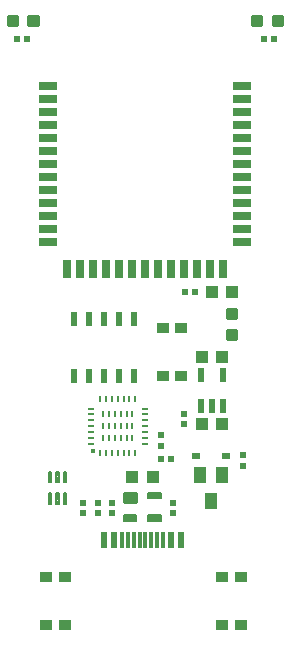
<source format=gbr>
G04 EAGLE Gerber RS-274X export*
G75*
%MOMM*%
%FSLAX34Y34*%
%LPD*%
%INSolderpaste Top*%
%IPPOS*%
%AMOC8*
5,1,8,0,0,1.08239X$1,22.5*%
G01*
%ADD10R,1.500000X0.650000*%
%ADD11R,0.650000X1.500000*%
%ADD12R,0.260000X0.560000*%
%ADD13R,0.560000X0.260000*%
%ADD14R,0.400000X0.400000*%
%ADD15R,0.550000X1.200000*%
%ADD16R,1.000000X0.900000*%
%ADD17C,0.300000*%
%ADD18R,0.540000X0.600000*%
%ADD19R,1.100000X1.000000*%
%ADD20R,0.600000X0.540000*%
%ADD21R,0.600000X1.450000*%
%ADD22R,0.300000X1.450000*%
%ADD23C,0.200000*%
%ADD24R,1.000000X1.400000*%
%ADD25R,0.800000X0.600000*%
%ADD26C,0.247500*%
%ADD27C,0.147500*%
%ADD28R,0.508000X1.270000*%


D10*
X43100Y453400D03*
X43100Y442400D03*
X43100Y431400D03*
X43100Y420400D03*
X43100Y409400D03*
X43100Y398400D03*
X43100Y387400D03*
X43100Y376400D03*
X43100Y365400D03*
X43100Y354400D03*
X43100Y343400D03*
X43100Y332400D03*
D11*
X59300Y308900D03*
X70300Y308900D03*
X81300Y308900D03*
X92300Y308900D03*
X103300Y308900D03*
X114300Y308900D03*
X125300Y308900D03*
D10*
X43100Y464400D03*
X207000Y453400D03*
X207000Y442400D03*
X207000Y431400D03*
X207000Y420400D03*
X207000Y409400D03*
X207000Y398400D03*
X207000Y387400D03*
X207000Y376400D03*
X207000Y365400D03*
X207000Y354400D03*
X207000Y343400D03*
X207000Y332400D03*
X207000Y464400D03*
D11*
X136300Y308900D03*
X147300Y308900D03*
X158300Y308900D03*
X169300Y308900D03*
X180300Y308900D03*
X191300Y308900D03*
D12*
X87000Y153000D03*
X92000Y153000D03*
X97000Y153000D03*
X102000Y153000D03*
X107000Y153000D03*
X112000Y153000D03*
X117000Y153000D03*
D13*
X125000Y161000D03*
X125000Y166000D03*
X125000Y171000D03*
X125000Y176000D03*
X125000Y181000D03*
X125000Y186000D03*
X125000Y191000D03*
D12*
X117000Y199000D03*
X112000Y199000D03*
X107000Y199000D03*
X102000Y199000D03*
X97000Y199000D03*
X92000Y199000D03*
X87000Y199000D03*
D13*
X79000Y191000D03*
X79000Y186000D03*
X79000Y181000D03*
X79000Y176000D03*
X79000Y171000D03*
X79000Y166000D03*
X79000Y161000D03*
D12*
X89500Y166000D03*
X89500Y176000D03*
X89500Y186000D03*
X94500Y166000D03*
X94500Y176000D03*
X94500Y186000D03*
X99500Y166000D03*
X99500Y176000D03*
X99500Y186000D03*
X104500Y166000D03*
X104500Y176000D03*
X104500Y186000D03*
X109500Y166000D03*
X109500Y176000D03*
X109500Y186000D03*
X114500Y166000D03*
X114500Y176000D03*
X114500Y186000D03*
D14*
X81000Y155000D03*
D15*
X172500Y192999D03*
X182000Y192999D03*
X191500Y192999D03*
X191500Y219001D03*
X172500Y219001D03*
D16*
X41000Y48500D03*
X57000Y48500D03*
X57000Y7500D03*
X41000Y7500D03*
X140000Y259500D03*
X156000Y259500D03*
X156000Y218500D03*
X140000Y218500D03*
D17*
X16730Y515500D02*
X16730Y522500D01*
X16730Y515500D02*
X9730Y515500D01*
X9730Y522500D01*
X16730Y522500D01*
X16730Y518350D02*
X9730Y518350D01*
X9730Y521200D02*
X16730Y521200D01*
X34270Y522500D02*
X34270Y515500D01*
X27270Y515500D01*
X27270Y522500D01*
X34270Y522500D01*
X34270Y518350D02*
X27270Y518350D01*
X27270Y521200D02*
X34270Y521200D01*
X234270Y522500D02*
X234270Y515500D01*
X234270Y522500D02*
X241270Y522500D01*
X241270Y515500D01*
X234270Y515500D01*
X234270Y518350D02*
X241270Y518350D01*
X241270Y521200D02*
X234270Y521200D01*
X216730Y522500D02*
X216730Y515500D01*
X216730Y522500D02*
X223730Y522500D01*
X223730Y515500D01*
X216730Y515500D01*
X216730Y518350D02*
X223730Y518350D01*
X223730Y521200D02*
X216730Y521200D01*
D18*
X225680Y504000D03*
X234320Y504000D03*
X25320Y504000D03*
X16680Y504000D03*
D19*
X173000Y178000D03*
X190000Y178000D03*
X173000Y235000D03*
X190000Y235000D03*
D18*
X158680Y290000D03*
X167320Y290000D03*
D19*
X181500Y290000D03*
X198500Y290000D03*
D16*
X190000Y48500D03*
X206000Y48500D03*
X206000Y7500D03*
X190000Y7500D03*
D20*
X158000Y186320D03*
X158000Y177680D03*
D21*
X90500Y79950D03*
X98500Y79950D03*
D22*
X120500Y79950D03*
X115500Y79950D03*
X110500Y79950D03*
X105500Y79950D03*
X125500Y79950D03*
X130500Y79950D03*
X135500Y79950D03*
X140500Y79950D03*
D21*
X147500Y79950D03*
X155500Y79950D03*
D20*
X85000Y111320D03*
X85000Y102680D03*
X97000Y102680D03*
X97000Y111320D03*
X149000Y102680D03*
X149000Y111320D03*
D19*
X114500Y133000D03*
X131500Y133000D03*
D20*
X139000Y168320D03*
X139000Y159680D03*
D23*
X56500Y137650D02*
X56500Y128750D01*
X56500Y137650D02*
X58500Y137650D01*
X58500Y128750D01*
X56500Y128750D01*
X56500Y130650D02*
X58500Y130650D01*
X58500Y132550D02*
X56500Y132550D01*
X56500Y134450D02*
X58500Y134450D01*
X58500Y136350D02*
X56500Y136350D01*
X50000Y137650D02*
X50000Y128750D01*
X50000Y137650D02*
X52000Y137650D01*
X52000Y128750D01*
X50000Y128750D01*
X50000Y130650D02*
X52000Y130650D01*
X52000Y132550D02*
X50000Y132550D01*
X50000Y134450D02*
X52000Y134450D01*
X52000Y136350D02*
X50000Y136350D01*
X43500Y137650D02*
X43500Y128750D01*
X43500Y137650D02*
X45500Y137650D01*
X45500Y128750D01*
X43500Y128750D01*
X43500Y130650D02*
X45500Y130650D01*
X45500Y132550D02*
X43500Y132550D01*
X43500Y134450D02*
X45500Y134450D01*
X45500Y136350D02*
X43500Y136350D01*
X45500Y119250D02*
X45500Y110350D01*
X43500Y110350D01*
X43500Y119250D01*
X45500Y119250D01*
X45500Y112250D02*
X43500Y112250D01*
X43500Y114150D02*
X45500Y114150D01*
X45500Y116050D02*
X43500Y116050D01*
X43500Y117950D02*
X45500Y117950D01*
X52000Y119250D02*
X52000Y110350D01*
X50000Y110350D01*
X50000Y119250D01*
X52000Y119250D01*
X52000Y112250D02*
X50000Y112250D01*
X50000Y114150D02*
X52000Y114150D01*
X52000Y116050D02*
X50000Y116050D01*
X50000Y117950D02*
X52000Y117950D01*
X58500Y119250D02*
X58500Y110350D01*
X56500Y110350D01*
X56500Y119250D01*
X58500Y119250D01*
X58500Y112250D02*
X56500Y112250D01*
X56500Y114150D02*
X58500Y114150D01*
X58500Y116050D02*
X56500Y116050D01*
X56500Y117950D02*
X58500Y117950D01*
D17*
X195500Y267270D02*
X202500Y267270D01*
X195500Y267270D02*
X195500Y274270D01*
X202500Y274270D01*
X202500Y267270D01*
X202500Y270120D02*
X195500Y270120D01*
X195500Y272970D02*
X202500Y272970D01*
X202500Y249730D02*
X195500Y249730D01*
X195500Y256730D01*
X202500Y256730D01*
X202500Y249730D01*
X202500Y252580D02*
X195500Y252580D01*
X195500Y255430D02*
X202500Y255430D01*
D18*
X138680Y148000D03*
X147320Y148000D03*
D20*
X73000Y111320D03*
X73000Y102680D03*
D24*
X181000Y113000D03*
X171500Y135000D03*
X190500Y135000D03*
D25*
X168500Y151000D03*
X193500Y151000D03*
D20*
X208000Y142680D03*
X208000Y151320D03*
D26*
X117413Y111887D02*
X107487Y111887D01*
X107487Y119313D01*
X117413Y119313D01*
X117413Y111887D01*
X117413Y114238D02*
X107487Y114238D01*
X107487Y116589D02*
X117413Y116589D01*
X117413Y118940D02*
X107487Y118940D01*
D27*
X106987Y96187D02*
X117913Y96187D01*
X106987Y96187D02*
X106987Y100613D01*
X117913Y100613D01*
X117913Y96187D01*
X117913Y97588D02*
X106987Y97588D01*
X106987Y98989D02*
X117913Y98989D01*
X117913Y100390D02*
X106987Y100390D01*
X128087Y96187D02*
X139013Y96187D01*
X128087Y96187D02*
X128087Y100613D01*
X139013Y100613D01*
X139013Y96187D01*
X139013Y97588D02*
X128087Y97588D01*
X128087Y98989D02*
X139013Y98989D01*
X139013Y100390D02*
X128087Y100390D01*
X128087Y115387D02*
X139013Y115387D01*
X128087Y115387D02*
X128087Y119813D01*
X139013Y119813D01*
X139013Y115387D01*
X139013Y116788D02*
X128087Y116788D01*
X128087Y118189D02*
X139013Y118189D01*
X139013Y119590D02*
X128087Y119590D01*
D28*
X90000Y267130D03*
X102700Y267130D03*
X115400Y267130D03*
X77300Y267130D03*
X64600Y267130D03*
X64600Y218870D03*
X77300Y218870D03*
X90000Y218870D03*
X102700Y218870D03*
X115400Y218870D03*
M02*

</source>
